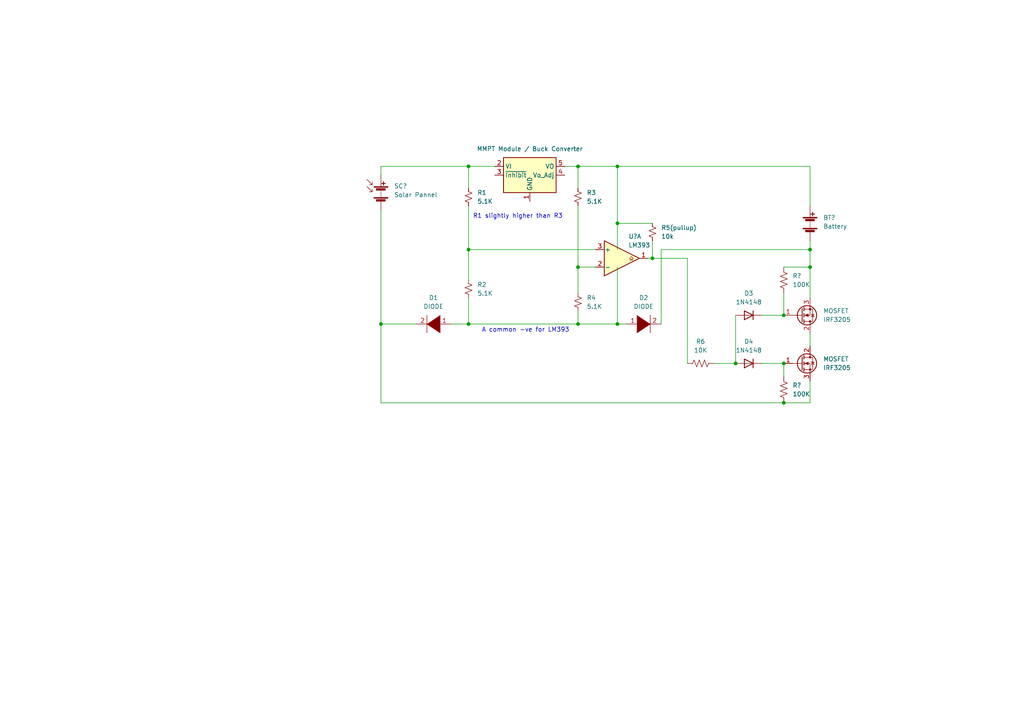
<source format=kicad_sch>
(kicad_sch (version 20211123) (generator eeschema)
  (paper "A4")
  (lib_symbols
    (symbol "Comparator:LM393" (pin_names (offset 0.127))
      (property "Reference" "U" (at 3.81 3.81 0))
      (property "Value" "LM393" (at 6.35 -3.81 0))
      (symbol "LM393_1_1"
        (polyline (pts (xy -5.08 5.08) (xy 5.08 0) (xy -5.08 -5.08) (xy -5.08 5.08)) (stroke (width 0.254)) (fill (type background)))
        (polyline (pts (xy 3.302 -0.508) (xy 2.794 -0.508) (xy 3.302 0) (xy 2.794 0.508) (xy 2.286 0) (xy 2.794 -0.508) (xy 2.286 -0.508)) (stroke (width 0.127)))
        (pin open_collector line (at 7.62 0 180) (length 2.54) (name "~") (number "1"))
        (pin input line (at -7.62 -2.54 0) (length 2.54) (name "-") (number "2"))
        (pin input line (at -7.62 2.54 0) (length 2.54) (name "+") (number "3"))
      )
      (symbol "LM393_2_1"
        (polyline (pts (xy -5.08 5.08) (xy 5.08 0) (xy -5.08 -5.08) (xy -5.08 5.08)) (stroke (width 0.254)) (fill (type background)))
        (polyline (pts (xy 3.302 -0.508) (xy 2.794 -0.508) (xy 3.302 0) (xy 2.794 0.508) (xy 2.286 0) (xy 2.794 -0.508) (xy 2.286 -0.508)) (stroke (width 0.127)))
        (pin input line (at -7.62 2.54 0) (length 2.54) (name "+") (number "5"))
        (pin input line (at -7.62 -2.54 0) (length 2.54) (name "_") (number "6"))
        (pin open_collector line (at 7.62 0 180) (length 2.54) (name "~") (number "7"))
      )
      (symbol "LM393_3_1"
        (pin power_in line (at -2.54 -7.62 90) (length 3.81) (name "V-") (number "4"))
        (pin power_in line (at -2.54 7.62 270) (length 3.81) (name "V+") (number "8"))
      )
    )
    (symbol "Converter_DCDC:PTN78000H_EUS-5"
      (property "Reference" "U" (at -6.35 6.35 0))
      (property "Value" "PTN78000H_EUS-5" (at 3.81 6.35 0))
      (symbol "PTN78000H_EUS-5_0_1"
        (rectangle (start -7.62 5.08) (end 7.62 -5.08) (stroke (width 0.254)) (fill (type background)))
      )
      (symbol "PTN78000H_EUS-5_1_1"
        (pin power_in line (at 0 -7.62 90) (length 2.54) (name "GND") (number "1"))
        (pin power_in line (at -10.16 2.54 0) (length 2.54) (name "VI") (number "2"))
        (pin input line (at -10.16 0 0) (length 2.54) (name "~{Inhibit}") (number "3"))
        (pin output line (at 10.16 0 180) (length 2.54) (name "Vo_Adj") (number "4"))
        (pin power_out line (at 10.16 2.54 180) (length 2.54) (name "VO") (number "5"))
      )
    )
    (symbol "Device:Battery" (pin_numbers hide) (pin_names (offset 0) hide)
      (property "Reference" "BT" (at 2.54 2.54 0))
      (property "Value" "Battery" (at 2.54 0 0))
      (symbol "Battery_0_1"
        (rectangle (start -2.032 -1.397) (end 2.032 -1.651) (fill (type outline)))
        (rectangle (start -2.032 1.778) (end 2.032 1.524) (fill (type outline)))
        (rectangle (start -1.3208 -1.9812) (end 1.27 -2.4892) (fill (type outline)))
        (rectangle (start -1.3208 1.1938) (end 1.27 0.6858) (fill (type outline)))
        (polyline (pts (xy 0 -1.524) (xy 0 -1.27)))
        (polyline (pts (xy 0 -1.016) (xy 0 -0.762)))
        (polyline (pts (xy 0 -0.508) (xy 0 -0.254)))
        (polyline (pts (xy 0 0) (xy 0 0.254)))
        (polyline (pts (xy 0 0.508) (xy 0 0.762)))
        (polyline (pts (xy 0 1.778) (xy 0 2.54)))
        (polyline (pts (xy 0.254 2.667) (xy 1.27 2.667)) (stroke (width 0.254)))
        (polyline (pts (xy 0.762 3.175) (xy 0.762 2.159)) (stroke (width 0.254)))
      )
      (symbol "Battery_1_1"
        (pin passive line (at 0 5.08 270) (length 2.54) (name "+") (number "1"))
        (pin passive line (at 0 -5.08 90) (length 2.54) (name "-") (number "2"))
      )
    )
    (symbol "Device:R_Small_US" (pin_numbers hide) (pin_names (offset 0.254) hide)
      (property "Reference" "R" (at 0.762 0.508 0))
      (property "Value" "R_Small_US" (at 0.762 -1.016 0))
      (symbol "R_Small_US_1_1"
        (polyline (pts (xy 0 0) (xy 1.016 -0.381) (xy 0 -0.762) (xy -1.016 -1.143) (xy 0 -1.524)))
        (polyline (pts (xy 0 1.524) (xy 1.016 1.143) (xy 0 0.762) (xy -1.016 0.381) (xy 0 0)))
        (pin passive line (at 0 2.54 270) (length 1.016) (name "~") (number "1"))
        (pin passive line (at 0 -2.54 90) (length 1.016) (name "~") (number "2"))
      )
    )
    (symbol "Device:R_US" (pin_numbers hide) (pin_names (offset 0))
      (property "Reference" "R" (at 2.54 0 90))
      (property "Value" "R_US" (at -2.54 0 90))
      (symbol "R_US_0_1"
        (polyline (pts (xy 0 -2.286) (xy 0 -2.54)))
        (polyline (pts (xy 0 2.286) (xy 0 2.54)))
        (polyline (pts (xy 0 -0.762) (xy 1.016 -1.143) (xy 0 -1.524) (xy -1.016 -1.905) (xy 0 -2.286)))
        (polyline (pts (xy 0 0.762) (xy 1.016 0.381) (xy 0 0) (xy -1.016 -0.381) (xy 0 -0.762)))
        (polyline (pts (xy 0 2.286) (xy 1.016 1.905) (xy 0 1.524) (xy -1.016 1.143) (xy 0 0.762)))
      )
      (symbol "R_US_1_1"
        (pin passive line (at 0 3.81 270) (length 1.27) (name "~") (number "1"))
        (pin passive line (at 0 -3.81 90) (length 1.27) (name "~") (number "2"))
      )
    )
    (symbol "Device:Solar_Cells" (pin_numbers hide) (pin_names (offset 0) hide)
      (property "Reference" "SC" (at 2.54 2.54 0))
      (property "Value" "Solar_Cells" (at 2.54 0 0))
      (symbol "Solar_Cells_0_1"
        (rectangle (start -2.032 -1.397) (end 2.032 -1.651) (fill (type outline)))
        (rectangle (start -2.032 1.778) (end 2.032 1.524) (fill (type outline)))
        (rectangle (start -1.3208 -1.9812) (end 1.27 -2.4892) (fill (type outline)))
        (rectangle (start -1.3208 1.1938) (end 1.27 0.6858) (fill (type outline)))
        (polyline (pts (xy -2.54 0.254) (xy -4.064 1.778)))
        (polyline (pts (xy -2.54 2.286) (xy -4.064 3.81)))
        (polyline (pts (xy 0 -1.524) (xy 0 -1.27)))
        (polyline (pts (xy 0 -1.016) (xy 0 -0.762)))
        (polyline (pts (xy 0 -0.508) (xy 0 -0.254)))
        (polyline (pts (xy 0 0) (xy 0 0.254)))
        (polyline (pts (xy 0 0.508) (xy 0 0.762)))
        (polyline (pts (xy 0 1.778) (xy 0 2.54)))
        (polyline (pts (xy 0.254 2.667) (xy 1.27 2.667)) (stroke (width 0.254)))
        (polyline (pts (xy 0.762 3.175) (xy 0.762 2.159)) (stroke (width 0.254)))
        (polyline (pts (xy -2.54 1.016) (xy -2.54 0.254) (xy -3.302 0.254)))
        (polyline (pts (xy -2.54 3.048) (xy -2.54 2.286) (xy -3.302 2.286)))
      )
      (symbol "Solar_Cells_1_1"
        (pin passive line (at 0 5.08 270) (length 2.54) (name "+") (number "1"))
        (pin passive line (at 0 -5.08 90) (length 2.54) (name "-") (number "2"))
      )
    )
    (symbol "Diode:1N4148" (pin_numbers hide) (pin_names (offset 1.016) hide)
      (property "Reference" "D" (at 0 2.54 0))
      (property "Value" "1N4148" (at 0 -2.54 0))
      (symbol "1N4148_0_1"
        (polyline (pts (xy -1.27 1.27) (xy -1.27 -1.27)) (stroke (width 0.254)))
        (polyline (pts (xy 1.27 0) (xy -1.27 0)))
        (polyline (pts (xy 1.27 1.27) (xy 1.27 -1.27) (xy -1.27 0) (xy 1.27 1.27)) (stroke (width 0.254)))
      )
      (symbol "1N4148_1_1"
        (pin passive line (at -3.81 0 0) (length 2.54) (name "K") (number "1"))
        (pin passive line (at 3.81 0 180) (length 2.54) (name "A") (number "2"))
      )
    )
    (symbol "Transistor_FET:IRF3205" (pin_names hide)
      (property "Reference" "Q" (at 6.35 1.905 0))
      (property "Value" "IRF3205" (at 6.35 0 0))
      (symbol "IRF3205_0_1"
        (polyline (pts (xy 0.254 0) (xy -2.54 0)))
        (polyline (pts (xy 0.254 1.905) (xy 0.254 -1.905)) (stroke (width 0.254)))
        (polyline (pts (xy 0.762 -1.27) (xy 0.762 -2.286)) (stroke (width 0.254)))
        (polyline (pts (xy 0.762 0.508) (xy 0.762 -0.508)) (stroke (width 0.254)))
        (polyline (pts (xy 0.762 2.286) (xy 0.762 1.27)) (stroke (width 0.254)))
        (polyline (pts (xy 2.54 2.54) (xy 2.54 1.778)))
        (polyline (pts (xy 2.54 -2.54) (xy 2.54 0) (xy 0.762 0)))
        (polyline (pts (xy 0.762 -1.778) (xy 3.302 -1.778) (xy 3.302 1.778) (xy 0.762 1.778)))
        (polyline (pts (xy 1.016 0) (xy 2.032 0.381) (xy 2.032 -0.381) (xy 1.016 0)) (fill (type outline)))
        (polyline (pts (xy 2.794 0.508) (xy 2.921 0.381) (xy 3.683 0.381) (xy 3.81 0.254)))
        (polyline (pts (xy 3.302 0.381) (xy 2.921 -0.254) (xy 3.683 -0.254) (xy 3.302 0.381)))
        (circle (center 1.651 0) (radius 2.794) (stroke (width 0.254)))
        (circle (center 2.54 -1.778) (radius 0.254) (fill (type outline)))
        (circle (center 2.54 1.778) (radius 0.254) (fill (type outline)))
      )
      (symbol "IRF3205_1_1"
        (pin input line (at -5.08 0 0) (length 2.54) (name "G") (number "1"))
        (pin passive line (at 2.54 5.08 270) (length 2.54) (name "D") (number "2"))
        (pin passive line (at 2.54 -5.08 90) (length 2.54) (name "S") (number "3"))
      )
    )
    (symbol "pspice:DIODE" (pin_names (offset 1.016) hide)
      (property "Reference" "D" (at 0 3.81 0))
      (property "Value" "DIODE" (at 0 -4.445 0))
      (symbol "DIODE_0_1"
        (polyline (pts (xy 1.905 2.54) (xy 1.905 -2.54)))
        (polyline (pts (xy -1.905 2.54) (xy -1.905 -2.54) (xy 1.905 0)) (fill (type outline)))
      )
      (symbol "DIODE_1_1"
        (pin input line (at -5.08 0 0) (length 3.81) (name "K") (number "1"))
        (pin input line (at 5.08 0 180) (length 3.81) (name "A") (number "2"))
      )
    )
  )
  (junction (at 227.33 105.41))
  (junction (at 110.49 93.98))
  (junction (at 234.95 77.47))
  (junction (at 135.89 48.26))
  (junction (at 179.07 64.77))
  (junction (at 167.64 48.26))
  (junction (at 213.36 105.41))
  (junction (at 135.89 72.39))
  (junction (at 179.07 48.26))
  (junction (at 179.07 93.98))
  (junction (at 135.89 93.98))
  (junction (at 167.64 93.98))
  (junction (at 234.95 72.39))
  (junction (at 227.33 116.84))
  (junction (at 189.23 74.93))
  (junction (at 167.64 77.47))
  (junction (at 227.33 91.44))
  (wire (pts (xy 179.07 64.77) (xy 179.07 72.39)))
  (wire (pts (xy 179.07 64.77) (xy 189.23 64.77)))
  (wire (pts (xy 110.49 116.84) (xy 227.33 116.84)))
  (wire (pts (xy 220.98 105.41) (xy 227.33 105.41)))
  (wire (pts (xy 110.49 48.26) (xy 135.89 48.26)))
  (wire (pts (xy 135.89 48.26) (xy 135.89 54.61)))
  (wire (pts (xy 167.64 93.98) (xy 179.07 93.98)))
  (wire (pts (xy 135.89 72.39) (xy 135.89 81.28)))
  (wire (pts (xy 167.64 90.17) (xy 167.64 93.98)))
  (wire (pts (xy 234.95 96.52) (xy 234.95 100.33)))
  (wire (pts (xy 191.77 93.98) (xy 191.77 72.39)))
  (wire (pts (xy 179.07 48.26) (xy 179.07 64.77)))
  (wire (pts (xy 135.89 48.26) (xy 143.51 48.26)))
  (wire (pts (xy 167.64 54.61) (xy 167.64 48.26)))
  (wire (pts (xy 227.33 77.47) (xy 234.95 77.47)))
  (wire (pts (xy 234.95 77.47) (xy 234.95 86.36)))
  (wire (pts (xy 234.95 69.85) (xy 234.95 72.39)))
  (wire (pts (xy 227.33 85.09) (xy 227.33 91.44)))
  (wire (pts (xy 179.07 93.98) (xy 181.61 93.98)))
  (wire (pts (xy 135.89 93.98) (xy 167.64 93.98)))
  (wire (pts (xy 110.49 50.8) (xy 110.49 48.26)))
  (wire (pts (xy 227.33 105.41) (xy 227.33 109.22)))
  (wire (pts (xy 110.49 93.98) (xy 120.65 93.98)))
  (wire (pts (xy 167.64 59.69) (xy 167.64 77.47)))
  (wire (pts (xy 213.36 91.44) (xy 213.36 105.41)))
  (wire (pts (xy 199.39 74.93) (xy 199.39 105.41)))
  (wire (pts (xy 167.64 77.47) (xy 167.64 85.09)))
  (wire (pts (xy 234.95 72.39) (xy 234.95 77.47)))
  (wire (pts (xy 135.89 86.36) (xy 135.89 93.98)))
  (wire (pts (xy 179.07 48.26) (xy 234.95 48.26)))
  (wire (pts (xy 189.23 69.85) (xy 189.23 74.93)))
  (wire (pts (xy 163.83 48.26) (xy 167.64 48.26)))
  (wire (pts (xy 179.07 77.47) (xy 179.07 93.98)))
  (wire (pts (xy 187.96 74.93) (xy 189.23 74.93)))
  (wire (pts (xy 167.64 48.26) (xy 179.07 48.26)))
  (wire (pts (xy 189.23 74.93) (xy 199.39 74.93)))
  (wire (pts (xy 135.89 72.39) (xy 172.72 72.39)))
  (wire (pts (xy 110.49 93.98) (xy 110.49 116.84)))
  (wire (pts (xy 234.95 116.84) (xy 234.95 110.49)))
  (wire (pts (xy 135.89 59.69) (xy 135.89 72.39)))
  (wire (pts (xy 220.98 91.44) (xy 227.33 91.44)))
  (wire (pts (xy 167.64 77.47) (xy 172.72 77.47)))
  (wire (pts (xy 110.49 60.96) (xy 110.49 93.98)))
  (wire (pts (xy 207.01 105.41) (xy 213.36 105.41)))
  (wire (pts (xy 227.33 116.84) (xy 234.95 116.84)))
  (wire (pts (xy 130.81 93.98) (xy 135.89 93.98)))
  (wire (pts (xy 191.77 72.39) (xy 234.95 72.39)))
  (wire (pts (xy 234.95 48.26) (xy 234.95 59.69)))
  (text "R1 slightly higher than R3" (at 137.16 63.5 0) (effects (font (size 1.27 1.27)) (justify left bottom)))
  (text "A common -ve for LM393" (at 139.7 96.52 0) (effects (font (size 1.27 1.27)) (justify left bottom)))
  (symbol (lib_id "Diode:1N4148") (at 217.17 91.44 180) (unit 1)
    (property "Reference" "D3" (at 217.17 85.09 0))
    (property "Value" "1N4148" (at 217.17 87.63 0))
    (property "Footprint" "Diode_THT:D_DO-35_SOD27_P7.62mm_Horizontal" (effects hide))
    (property "Datasheet" "https://assets.nexperia.com/documents/data-sheet/1N4148_1N4448.pdf" (effects hide))
  )
  (symbol (lib_id "pspice:DIODE") (at 125.73 93.98 0) (mirror y) (unit 1)
    (property "Reference" "D1" (at 125.73 86.36 0))
    (property "Value" "DIODE" (at 125.73 88.9 0))
  )
  (symbol (lib_id "Device:R_Small_US") (at 135.89 57.15 0) (unit 1)
    (property "Reference" "R1" (at 138.43 55.8799 0) (effects (justify left)))
    (property "Value" "5.1K" (at 138.43 58.4199 0) (effects (justify left)))
  )
  (symbol (lib_id "Device:R_Small_US") (at 135.89 83.82 0) (unit 1)
    (property "Reference" "R2" (at 138.43 82.5499 0) (effects (justify left)))
    (property "Value" "5.1K" (at 138.43 85.0899 0) (effects (justify left)))
  )
  (symbol (lib_id "Transistor_FET:IRF3205") (at 232.41 105.41 0) (unit 1)
    (property "Reference" "MOSFET" (at 238.76 104.1399 0) (effects (justify left)))
    (property "Value" "IRF3205" (at 238.76 106.6799 0) (effects (justify left)))
    (property "Footprint" "Package_TO_SOT_THT:TO-220-3_Vertical" (effects hide))
    (property "Datasheet" "http://www.irf.com/product-info/datasheets/data/irf3205.pdf" (effects hide))
  )
  (symbol (lib_id "Comparator:LM393") (at 180.34 74.93 0) (unit 1)
    (property "Reference" "U?" (at 184.15 68.58 0))
    (property "Value" "LM393" (at 185.42 71.12 0))
    (property "Datasheet" "http://www.ti.com/lit/ds/symlink/lm393.pdf" (effects hide))
  )
  (symbol (lib_id "Transistor_FET:IRF3205") (at 232.41 91.44 0) (mirror x) (unit 1)
    (property "Reference" "MOSFET" (at 238.76 90.1699 0) (effects (justify left)))
    (property "Value" "IRF3205" (at 238.76 92.7099 0) (effects (justify left)))
    (property "Footprint" "Package_TO_SOT_THT:TO-220-3_Vertical" (effects hide))
    (property "Datasheet" "http://www.irf.com/product-info/datasheets/data/irf3205.pdf" (effects hide))
  )
  (symbol (lib_id "Device:Battery") (at 234.95 64.77 0) (unit 1)
    (property "Reference" "BT?" (at 238.76 63.1189 0) (effects (justify left)))
    (property "Value" "Battery" (at 238.76 65.6589 0) (effects (justify left)))
  )
  (symbol (lib_id "pspice:DIODE") (at 186.69 93.98 0) (unit 1)
    (property "Reference" "D2" (at 186.69 86.36 0))
    (property "Value" "DIODE" (at 186.69 88.9 0))
  )
  (symbol (lib_id "Device:R_Small_US") (at 167.64 87.63 0) (unit 1)
    (property "Reference" "R4" (at 170.18 86.3599 0) (effects (justify left)))
    (property "Value" "5.1K" (at 170.18 88.8999 0) (effects (justify left)))
  )
  (symbol (lib_id "Converter_DCDC:PTN78000H_EUS-5") (at 153.67 50.8 0) (unit 1)
    (property "Reference" "U?" (effects hide))
    (property "Value" "MMPT Module / Buck Converter" (at 153.67 43.18 0))
    (property "Footprint" "Module:Texas_EUS_R-PDSS-T5_THT" (effects hide))
    (property "Datasheet" "https://www.ti.com/lit/ds/symlink/ptn78000w.pdf" (effects hide))
  )
  (symbol (lib_id "Device:R_US") (at 203.2 105.41 90) (unit 1)
    (property "Reference" "R6" (at 203.2 99.06 90))
    (property "Value" "10K" (at 203.2 101.6 90))
  )
  (symbol (lib_id "Diode:1N4148") (at 217.17 105.41 180) (unit 1)
    (property "Reference" "D4" (at 217.17 99.06 0))
    (property "Value" "1N4148" (at 217.17 101.6 0))
    (property "Footprint" "Diode_THT:D_DO-35_SOD27_P7.62mm_Horizontal" (effects hide))
    (property "Datasheet" "https://assets.nexperia.com/documents/data-sheet/1N4148_1N4448.pdf" (effects hide))
  )
  (symbol (lib_id "Device:R_US") (at 227.33 113.03 0) (unit 1)
    (property "Reference" "R?" (at 229.87 111.7599 0) (effects (justify left)))
    (property "Value" "100K" (at 229.87 114.2999 0) (effects (justify left)))
  )
  (symbol (lib_id "Device:Solar_Cells") (at 110.49 55.88 0) (unit 1)
    (property "Reference" "SC?" (at 114.3 53.9749 0) (effects (justify left)))
    (property "Value" "Solar Pannel" (at 114.3 56.5149 0) (effects (justify left)))
  )
  (symbol (lib_id "Device:R_Small_US") (at 189.23 67.31 0) (unit 1)
    (property "Reference" "R5(pullup)" (at 191.77 66.0399 0) (effects (justify left)))
    (property "Value" "10k" (at 191.77 68.5799 0) (effects (justify left)))
  )
  (symbol (lib_id "Device:R_Small_US") (at 167.64 57.15 0) (unit 1)
    (property "Reference" "R3" (at 170.18 55.8799 0) (effects (justify left)))
    (property "Value" "5.1K" (at 170.18 58.4199 0) (effects (justify left)))
  )
  (symbol (lib_id "Device:R_US") (at 227.33 81.28 0) (unit 1)
    (property "Reference" "R?" (at 229.87 80.0099 0) (effects (justify left)))
    (property "Value" "100K" (at 229.87 82.55 0) (effects (justify left)))
  )
)
</source>
